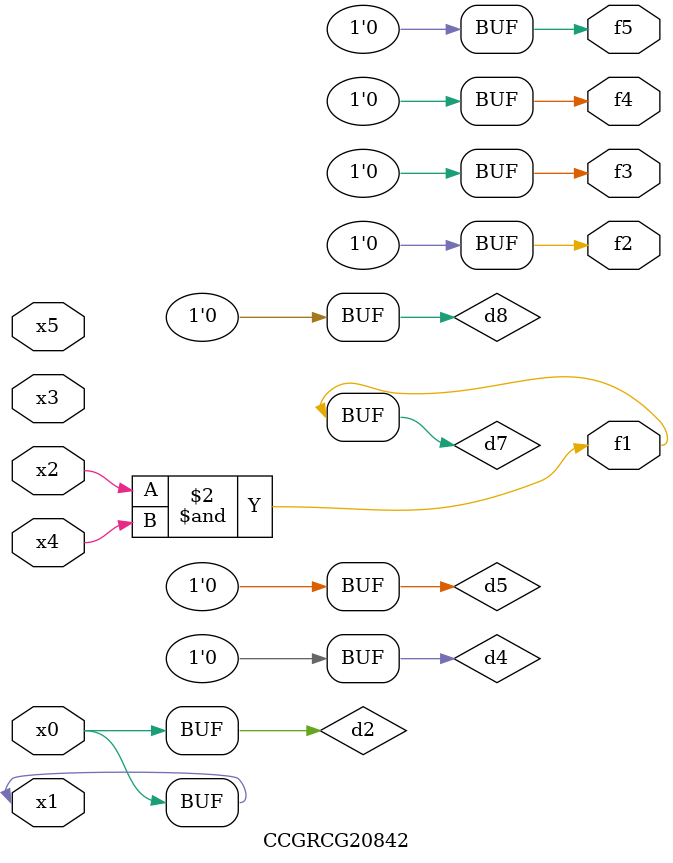
<source format=v>
module CCGRCG20842(
	input x0, x1, x2, x3, x4, x5,
	output f1, f2, f3, f4, f5
);

	wire d1, d2, d3, d4, d5, d6, d7, d8, d9;

	nand (d1, x1);
	buf (d2, x0, x1);
	nand (d3, x2, x4);
	and (d4, d1, d2);
	and (d5, d1, d2);
	nand (d6, d1, d3);
	not (d7, d3);
	xor (d8, d5);
	nor (d9, d5, d6);
	assign f1 = d7;
	assign f2 = d8;
	assign f3 = d8;
	assign f4 = d8;
	assign f5 = d8;
endmodule

</source>
